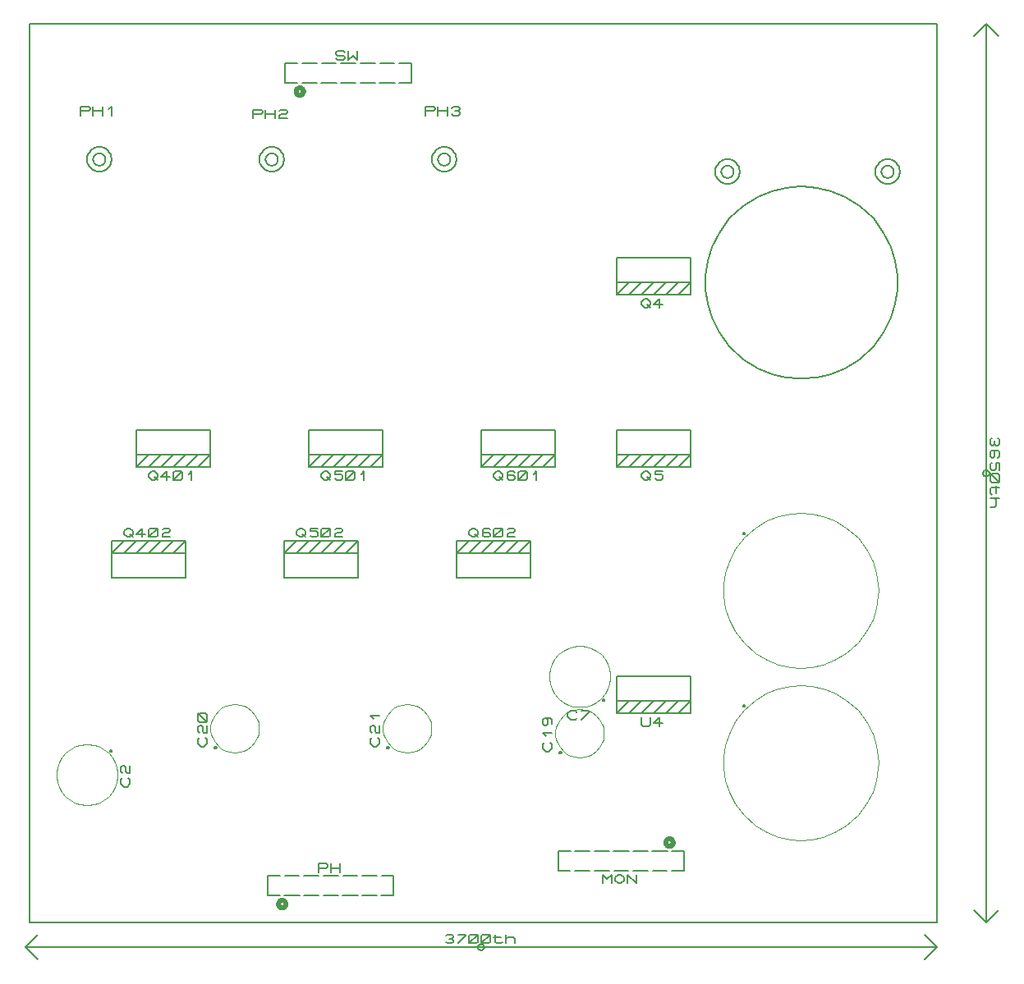
<source format=gbr>
G04 PROTEUS RS274X GERBER FILE*
%FSLAX45Y45*%
%MOMM*%
G01*
%ADD20C,0.203200*%
%ADD39C,0.120000*%
%ADD40C,0.200000*%
%ADD21C,0.508000*%
%ADD41C,0.152400*%
D20*
X+552000Y+254000D02*
X+9906000Y+254000D01*
X+9906000Y+9525000D01*
X+552000Y+9525000D01*
X+552000Y+254000D01*
X+7874000Y+8000999D02*
X+7873573Y+8011408D01*
X+7870101Y+8032227D01*
X+7862845Y+8053046D01*
X+7851017Y+8073865D01*
X+7832920Y+8094523D01*
X+7812101Y+8110044D01*
X+7791282Y+8120029D01*
X+7770463Y+8125813D01*
X+7749644Y+8127971D01*
X+7747000Y+8127999D01*
X+7620000Y+8000999D02*
X+7620427Y+8011408D01*
X+7623899Y+8032227D01*
X+7631155Y+8053046D01*
X+7642983Y+8073865D01*
X+7661080Y+8094523D01*
X+7681899Y+8110044D01*
X+7702718Y+8120029D01*
X+7723537Y+8125813D01*
X+7744356Y+8127971D01*
X+7747000Y+8127999D01*
X+7620000Y+8000999D02*
X+7620427Y+7990590D01*
X+7623899Y+7969771D01*
X+7631155Y+7948952D01*
X+7642983Y+7928133D01*
X+7661080Y+7907475D01*
X+7681899Y+7891954D01*
X+7702718Y+7881969D01*
X+7723537Y+7876185D01*
X+7744356Y+7874027D01*
X+7747000Y+7873999D01*
X+7874000Y+8000999D02*
X+7873573Y+7990590D01*
X+7870101Y+7969771D01*
X+7862845Y+7948952D01*
X+7851017Y+7928133D01*
X+7832920Y+7907475D01*
X+7812101Y+7891954D01*
X+7791282Y+7881969D01*
X+7770463Y+7876185D01*
X+7749644Y+7874027D01*
X+7747000Y+7873999D01*
X+7810500Y+8000999D02*
X+7810283Y+8006246D01*
X+7808518Y+8016741D01*
X+7804826Y+8027236D01*
X+7798798Y+8037731D01*
X+7789576Y+8048111D01*
X+7779081Y+8055799D01*
X+7768586Y+8060717D01*
X+7758091Y+8063523D01*
X+7747596Y+8064496D01*
X+7747000Y+8064499D01*
X+7683500Y+8000999D02*
X+7683717Y+8006246D01*
X+7685482Y+8016741D01*
X+7689174Y+8027236D01*
X+7695202Y+8037731D01*
X+7704424Y+8048111D01*
X+7714919Y+8055799D01*
X+7725414Y+8060717D01*
X+7735909Y+8063523D01*
X+7746404Y+8064496D01*
X+7747000Y+8064499D01*
X+7683500Y+8000999D02*
X+7683717Y+7995752D01*
X+7685482Y+7985257D01*
X+7689174Y+7974762D01*
X+7695202Y+7964267D01*
X+7704424Y+7953887D01*
X+7714919Y+7946199D01*
X+7725414Y+7941281D01*
X+7735909Y+7938475D01*
X+7746404Y+7937502D01*
X+7747000Y+7937499D01*
X+7810500Y+8000999D02*
X+7810283Y+7995752D01*
X+7808518Y+7985257D01*
X+7804826Y+7974762D01*
X+7798798Y+7964267D01*
X+7789576Y+7953887D01*
X+7779081Y+7946199D01*
X+7768586Y+7941281D01*
X+7758091Y+7938475D01*
X+7747596Y+7937502D01*
X+7747000Y+7937499D01*
X+9525000Y+8001000D02*
X+9524573Y+8011409D01*
X+9521101Y+8032228D01*
X+9513845Y+8053047D01*
X+9502017Y+8073866D01*
X+9483920Y+8094524D01*
X+9463101Y+8110045D01*
X+9442282Y+8120030D01*
X+9421463Y+8125814D01*
X+9400644Y+8127972D01*
X+9398000Y+8128000D01*
X+9271000Y+8001000D02*
X+9271427Y+8011409D01*
X+9274899Y+8032228D01*
X+9282155Y+8053047D01*
X+9293983Y+8073866D01*
X+9312080Y+8094524D01*
X+9332899Y+8110045D01*
X+9353718Y+8120030D01*
X+9374537Y+8125814D01*
X+9395356Y+8127972D01*
X+9398000Y+8128000D01*
X+9271000Y+8001000D02*
X+9271427Y+7990591D01*
X+9274899Y+7969772D01*
X+9282155Y+7948953D01*
X+9293983Y+7928134D01*
X+9312080Y+7907476D01*
X+9332899Y+7891955D01*
X+9353718Y+7881970D01*
X+9374537Y+7876186D01*
X+9395356Y+7874028D01*
X+9398000Y+7874000D01*
X+9525000Y+8001000D02*
X+9524573Y+7990591D01*
X+9521101Y+7969772D01*
X+9513845Y+7948953D01*
X+9502017Y+7928134D01*
X+9483920Y+7907476D01*
X+9463101Y+7891955D01*
X+9442282Y+7881970D01*
X+9421463Y+7876186D01*
X+9400644Y+7874028D01*
X+9398000Y+7874000D01*
X+9461500Y+8001000D02*
X+9461283Y+8006247D01*
X+9459518Y+8016742D01*
X+9455826Y+8027237D01*
X+9449798Y+8037732D01*
X+9440576Y+8048112D01*
X+9430081Y+8055800D01*
X+9419586Y+8060718D01*
X+9409091Y+8063524D01*
X+9398596Y+8064497D01*
X+9398000Y+8064500D01*
X+9334500Y+8001000D02*
X+9334717Y+8006247D01*
X+9336482Y+8016742D01*
X+9340174Y+8027237D01*
X+9346202Y+8037732D01*
X+9355424Y+8048112D01*
X+9365919Y+8055800D01*
X+9376414Y+8060718D01*
X+9386909Y+8063524D01*
X+9397404Y+8064497D01*
X+9398000Y+8064500D01*
X+9334500Y+8001000D02*
X+9334717Y+7995753D01*
X+9336482Y+7985258D01*
X+9340174Y+7974763D01*
X+9346202Y+7964268D01*
X+9355424Y+7953888D01*
X+9365919Y+7946200D01*
X+9376414Y+7941282D01*
X+9386909Y+7938476D01*
X+9397404Y+7937503D01*
X+9398000Y+7937500D01*
X+9461500Y+8001000D02*
X+9461283Y+7995753D01*
X+9459518Y+7985258D01*
X+9455826Y+7974763D01*
X+9449798Y+7964268D01*
X+9440576Y+7953888D01*
X+9430081Y+7946200D01*
X+9419586Y+7941282D01*
X+9409091Y+7938476D01*
X+9398596Y+7937503D01*
X+9398000Y+7937500D01*
X+9500902Y+6857999D02*
X+9498202Y+6931136D01*
X+9476330Y+7077411D01*
X+9431032Y+7223686D01*
X+9358567Y+7369961D01*
X+9251020Y+7516236D01*
X+9107249Y+7649180D01*
X+8960974Y+7740942D01*
X+8814699Y+7801618D01*
X+8668424Y+7837005D01*
X+8522149Y+7849813D01*
X+8509001Y+7849900D01*
X+7517100Y+6857999D02*
X+7519800Y+6931136D01*
X+7541672Y+7077411D01*
X+7586970Y+7223686D01*
X+7659435Y+7369961D01*
X+7766982Y+7516236D01*
X+7910753Y+7649180D01*
X+8057028Y+7740942D01*
X+8203303Y+7801618D01*
X+8349578Y+7837005D01*
X+8495853Y+7849813D01*
X+8509001Y+7849900D01*
X+7517100Y+6857999D02*
X+7519800Y+6784862D01*
X+7541672Y+6638587D01*
X+7586970Y+6492312D01*
X+7659435Y+6346037D01*
X+7766982Y+6199762D01*
X+7910753Y+6066818D01*
X+8057028Y+5975056D01*
X+8203303Y+5914380D01*
X+8349578Y+5878993D01*
X+8495853Y+5866185D01*
X+8509001Y+5866098D01*
X+9500902Y+6857999D02*
X+9498202Y+6784862D01*
X+9476330Y+6638587D01*
X+9431032Y+6492312D01*
X+9358567Y+6346037D01*
X+9251020Y+6199762D01*
X+9107249Y+6066818D01*
X+8960974Y+5975056D01*
X+8814699Y+5914380D01*
X+8668424Y+5878993D01*
X+8522149Y+5866185D01*
X+8509001Y+5866098D01*
D39*
X+9303000Y+1905000D02*
X+9300722Y+1965332D01*
X+9282256Y+2085997D01*
X+9243945Y+2206662D01*
X+9182441Y+2327327D01*
X+9090503Y+2447992D01*
X+8970714Y+2554033D01*
X+8850049Y+2625803D01*
X+8729384Y+2672301D01*
X+8608719Y+2697984D01*
X+8503000Y+2705000D01*
X+7703000Y+1905000D02*
X+7705278Y+1965332D01*
X+7723744Y+2085997D01*
X+7762055Y+2206662D01*
X+7823559Y+2327327D01*
X+7915497Y+2447992D01*
X+8035286Y+2554033D01*
X+8155951Y+2625803D01*
X+8276616Y+2672301D01*
X+8397281Y+2697984D01*
X+8503000Y+2705000D01*
X+7703000Y+1905000D02*
X+7705278Y+1844668D01*
X+7723744Y+1724003D01*
X+7762055Y+1603338D01*
X+7823559Y+1482673D01*
X+7915497Y+1362008D01*
X+8035286Y+1255967D01*
X+8155951Y+1184197D01*
X+8276616Y+1137699D01*
X+8397281Y+1112016D01*
X+8503000Y+1105000D01*
X+9303000Y+1905000D02*
X+9300722Y+1844668D01*
X+9282256Y+1724003D01*
X+9243945Y+1603338D01*
X+9182441Y+1482673D01*
X+9090503Y+1362008D01*
X+8970714Y+1255967D01*
X+8850049Y+1184197D01*
X+8729384Y+1137699D01*
X+8608719Y+1112016D01*
X+8503000Y+1105000D01*
D40*
X+7925000Y+2493000D02*
X+7924965Y+2493831D01*
X+7924684Y+2495495D01*
X+7924094Y+2497159D01*
X+7923130Y+2498823D01*
X+7921655Y+2500464D01*
X+7919991Y+2501665D01*
X+7918327Y+2502430D01*
X+7916663Y+2502861D01*
X+7915000Y+2503000D01*
X+7905000Y+2493000D02*
X+7905035Y+2493831D01*
X+7905316Y+2495495D01*
X+7905906Y+2497159D01*
X+7906870Y+2498823D01*
X+7908345Y+2500464D01*
X+7910009Y+2501665D01*
X+7911673Y+2502430D01*
X+7913337Y+2502861D01*
X+7915000Y+2503000D01*
X+7905000Y+2493000D02*
X+7905035Y+2492169D01*
X+7905316Y+2490505D01*
X+7905906Y+2488841D01*
X+7906870Y+2487177D01*
X+7908345Y+2485536D01*
X+7910009Y+2484335D01*
X+7911673Y+2483570D01*
X+7913337Y+2483139D01*
X+7915000Y+2483000D01*
X+7925000Y+2493000D02*
X+7924965Y+2492169D01*
X+7924684Y+2490505D01*
X+7924094Y+2488841D01*
X+7923130Y+2487177D01*
X+7921655Y+2485536D01*
X+7919991Y+2484335D01*
X+7918327Y+2483570D01*
X+7916663Y+2483139D01*
X+7915000Y+2483000D01*
D39*
X+9303000Y+3683000D02*
X+9300722Y+3743332D01*
X+9282256Y+3863997D01*
X+9243945Y+3984662D01*
X+9182441Y+4105327D01*
X+9090503Y+4225992D01*
X+8970714Y+4332033D01*
X+8850049Y+4403803D01*
X+8729384Y+4450301D01*
X+8608719Y+4475984D01*
X+8503000Y+4483000D01*
X+7703000Y+3683000D02*
X+7705278Y+3743332D01*
X+7723744Y+3863997D01*
X+7762055Y+3984662D01*
X+7823559Y+4105327D01*
X+7915497Y+4225992D01*
X+8035286Y+4332033D01*
X+8155951Y+4403803D01*
X+8276616Y+4450301D01*
X+8397281Y+4475984D01*
X+8503000Y+4483000D01*
X+7703000Y+3683000D02*
X+7705278Y+3622668D01*
X+7723744Y+3502003D01*
X+7762055Y+3381338D01*
X+7823559Y+3260673D01*
X+7915497Y+3140008D01*
X+8035286Y+3033967D01*
X+8155951Y+2962197D01*
X+8276616Y+2915699D01*
X+8397281Y+2890016D01*
X+8503000Y+2883000D01*
X+9303000Y+3683000D02*
X+9300722Y+3622668D01*
X+9282256Y+3502003D01*
X+9243945Y+3381338D01*
X+9182441Y+3260673D01*
X+9090503Y+3140008D01*
X+8970714Y+3033967D01*
X+8850049Y+2962197D01*
X+8729384Y+2915699D01*
X+8608719Y+2890016D01*
X+8503000Y+2883000D01*
D40*
X+7925000Y+4271000D02*
X+7924965Y+4271831D01*
X+7924684Y+4273495D01*
X+7924094Y+4275159D01*
X+7923130Y+4276823D01*
X+7921655Y+4278464D01*
X+7919991Y+4279665D01*
X+7918327Y+4280430D01*
X+7916663Y+4280861D01*
X+7915000Y+4281000D01*
X+7905000Y+4271000D02*
X+7905035Y+4271831D01*
X+7905316Y+4273495D01*
X+7905906Y+4275159D01*
X+7906870Y+4276823D01*
X+7908345Y+4278464D01*
X+7910009Y+4279665D01*
X+7911673Y+4280430D01*
X+7913337Y+4280861D01*
X+7915000Y+4281000D01*
X+7905000Y+4271000D02*
X+7905035Y+4270169D01*
X+7905316Y+4268505D01*
X+7905906Y+4266841D01*
X+7906870Y+4265177D01*
X+7908345Y+4263536D01*
X+7910009Y+4262335D01*
X+7911673Y+4261570D01*
X+7913337Y+4261139D01*
X+7915000Y+4261000D01*
X+7925000Y+4271000D02*
X+7924965Y+4270169D01*
X+7924684Y+4268505D01*
X+7924094Y+4266841D01*
X+7923130Y+4265177D01*
X+7921655Y+4263536D01*
X+7919991Y+4262335D01*
X+7918327Y+4261570D01*
X+7916663Y+4261139D01*
X+7915000Y+4261000D01*
D20*
X+1397000Y+8128000D02*
X+1396573Y+8138409D01*
X+1393101Y+8159228D01*
X+1385845Y+8180047D01*
X+1374017Y+8200866D01*
X+1355920Y+8221524D01*
X+1335101Y+8237045D01*
X+1314282Y+8247030D01*
X+1293463Y+8252814D01*
X+1272644Y+8254972D01*
X+1270000Y+8255000D01*
X+1143000Y+8128000D02*
X+1143427Y+8138409D01*
X+1146899Y+8159228D01*
X+1154155Y+8180047D01*
X+1165983Y+8200866D01*
X+1184080Y+8221524D01*
X+1204899Y+8237045D01*
X+1225718Y+8247030D01*
X+1246537Y+8252814D01*
X+1267356Y+8254972D01*
X+1270000Y+8255000D01*
X+1143000Y+8128000D02*
X+1143427Y+8117591D01*
X+1146899Y+8096772D01*
X+1154155Y+8075953D01*
X+1165983Y+8055134D01*
X+1184080Y+8034476D01*
X+1204899Y+8018955D01*
X+1225718Y+8008970D01*
X+1246537Y+8003186D01*
X+1267356Y+8001028D01*
X+1270000Y+8001000D01*
X+1397000Y+8128000D02*
X+1396573Y+8117591D01*
X+1393101Y+8096772D01*
X+1385845Y+8075953D01*
X+1374017Y+8055134D01*
X+1355920Y+8034476D01*
X+1335101Y+8018955D01*
X+1314282Y+8008970D01*
X+1293463Y+8003186D01*
X+1272644Y+8001028D01*
X+1270000Y+8001000D01*
X+1333500Y+8128000D02*
X+1333283Y+8133247D01*
X+1331518Y+8143742D01*
X+1327826Y+8154237D01*
X+1321798Y+8164732D01*
X+1312576Y+8175112D01*
X+1302081Y+8182800D01*
X+1291586Y+8187718D01*
X+1281091Y+8190524D01*
X+1270596Y+8191497D01*
X+1270000Y+8191500D01*
X+1206500Y+8128000D02*
X+1206717Y+8133247D01*
X+1208482Y+8143742D01*
X+1212174Y+8154237D01*
X+1218202Y+8164732D01*
X+1227424Y+8175112D01*
X+1237919Y+8182800D01*
X+1248414Y+8187718D01*
X+1258909Y+8190524D01*
X+1269404Y+8191497D01*
X+1270000Y+8191500D01*
X+1206500Y+8128000D02*
X+1206717Y+8122753D01*
X+1208482Y+8112258D01*
X+1212174Y+8101763D01*
X+1218202Y+8091268D01*
X+1227424Y+8080888D01*
X+1237919Y+8073200D01*
X+1248414Y+8068282D01*
X+1258909Y+8065476D01*
X+1269404Y+8064503D01*
X+1270000Y+8064500D01*
X+1333500Y+8128000D02*
X+1333283Y+8122753D01*
X+1331518Y+8112258D01*
X+1327826Y+8101763D01*
X+1321798Y+8091268D01*
X+1312576Y+8080888D01*
X+1302081Y+8073200D01*
X+1291586Y+8068282D01*
X+1281091Y+8065476D01*
X+1270596Y+8064503D01*
X+1270000Y+8064500D01*
X+1079500Y+8582396D02*
X+1079500Y+8673836D01*
X+1158875Y+8673836D01*
X+1174750Y+8658596D01*
X+1174750Y+8643356D01*
X+1158875Y+8628116D01*
X+1079500Y+8628116D01*
X+1206500Y+8582396D02*
X+1206500Y+8673836D01*
X+1301750Y+8673836D02*
X+1301750Y+8582396D01*
X+1206500Y+8628116D02*
X+1301750Y+8628116D01*
X+1365250Y+8643356D02*
X+1397000Y+8673836D01*
X+1397000Y+8582396D01*
X+4953000Y+8128000D02*
X+4952573Y+8138409D01*
X+4949101Y+8159228D01*
X+4941845Y+8180047D01*
X+4930017Y+8200866D01*
X+4911920Y+8221524D01*
X+4891101Y+8237045D01*
X+4870282Y+8247030D01*
X+4849463Y+8252814D01*
X+4828644Y+8254972D01*
X+4826000Y+8255000D01*
X+4699000Y+8128000D02*
X+4699427Y+8138409D01*
X+4702899Y+8159228D01*
X+4710155Y+8180047D01*
X+4721983Y+8200866D01*
X+4740080Y+8221524D01*
X+4760899Y+8237045D01*
X+4781718Y+8247030D01*
X+4802537Y+8252814D01*
X+4823356Y+8254972D01*
X+4826000Y+8255000D01*
X+4699000Y+8128000D02*
X+4699427Y+8117591D01*
X+4702899Y+8096772D01*
X+4710155Y+8075953D01*
X+4721983Y+8055134D01*
X+4740080Y+8034476D01*
X+4760899Y+8018955D01*
X+4781718Y+8008970D01*
X+4802537Y+8003186D01*
X+4823356Y+8001028D01*
X+4826000Y+8001000D01*
X+4953000Y+8128000D02*
X+4952573Y+8117591D01*
X+4949101Y+8096772D01*
X+4941845Y+8075953D01*
X+4930017Y+8055134D01*
X+4911920Y+8034476D01*
X+4891101Y+8018955D01*
X+4870282Y+8008970D01*
X+4849463Y+8003186D01*
X+4828644Y+8001028D01*
X+4826000Y+8001000D01*
X+4889500Y+8128000D02*
X+4889283Y+8133247D01*
X+4887518Y+8143742D01*
X+4883826Y+8154237D01*
X+4877798Y+8164732D01*
X+4868576Y+8175112D01*
X+4858081Y+8182800D01*
X+4847586Y+8187718D01*
X+4837091Y+8190524D01*
X+4826596Y+8191497D01*
X+4826000Y+8191500D01*
X+4762500Y+8128000D02*
X+4762717Y+8133247D01*
X+4764482Y+8143742D01*
X+4768174Y+8154237D01*
X+4774202Y+8164732D01*
X+4783424Y+8175112D01*
X+4793919Y+8182800D01*
X+4804414Y+8187718D01*
X+4814909Y+8190524D01*
X+4825404Y+8191497D01*
X+4826000Y+8191500D01*
X+4762500Y+8128000D02*
X+4762717Y+8122753D01*
X+4764482Y+8112258D01*
X+4768174Y+8101763D01*
X+4774202Y+8091268D01*
X+4783424Y+8080888D01*
X+4793919Y+8073200D01*
X+4804414Y+8068282D01*
X+4814909Y+8065476D01*
X+4825404Y+8064503D01*
X+4826000Y+8064500D01*
X+4889500Y+8128000D02*
X+4889283Y+8122753D01*
X+4887518Y+8112258D01*
X+4883826Y+8101763D01*
X+4877798Y+8091268D01*
X+4868576Y+8080888D01*
X+4858081Y+8073200D01*
X+4847586Y+8068282D01*
X+4837091Y+8065476D01*
X+4826596Y+8064503D01*
X+4826000Y+8064500D01*
X+4635500Y+8582396D02*
X+4635500Y+8673836D01*
X+4714875Y+8673836D01*
X+4730750Y+8658596D01*
X+4730750Y+8643356D01*
X+4714875Y+8628116D01*
X+4635500Y+8628116D01*
X+4762500Y+8582396D02*
X+4762500Y+8673836D01*
X+4857750Y+8673836D02*
X+4857750Y+8582396D01*
X+4762500Y+8628116D02*
X+4857750Y+8628116D01*
X+4905375Y+8658596D02*
X+4921250Y+8673836D01*
X+4968875Y+8673836D01*
X+4984750Y+8658596D01*
X+4984750Y+8643356D01*
X+4968875Y+8628116D01*
X+4984750Y+8612876D01*
X+4984750Y+8597636D01*
X+4968875Y+8582396D01*
X+4921250Y+8582396D01*
X+4905375Y+8597636D01*
X+4937125Y+8628116D02*
X+4968875Y+8628116D01*
D21*
X+3194100Y+444500D02*
X+3193969Y+447658D01*
X+3192903Y+453976D01*
X+3190672Y+460294D01*
X+3187027Y+466612D01*
X+3181452Y+472851D01*
X+3175134Y+477447D01*
X+3168816Y+480380D01*
X+3162498Y+482042D01*
X+3156180Y+482600D01*
X+3156000Y+482600D01*
X+3117900Y+444500D02*
X+3118031Y+447658D01*
X+3119097Y+453976D01*
X+3121328Y+460294D01*
X+3124973Y+466612D01*
X+3130548Y+472851D01*
X+3136866Y+477447D01*
X+3143184Y+480380D01*
X+3149502Y+482042D01*
X+3155820Y+482600D01*
X+3156000Y+482600D01*
X+3117900Y+444500D02*
X+3118031Y+441342D01*
X+3119097Y+435024D01*
X+3121328Y+428706D01*
X+3124973Y+422388D01*
X+3130548Y+416149D01*
X+3136866Y+411553D01*
X+3143184Y+408620D01*
X+3149502Y+406958D01*
X+3155820Y+406400D01*
X+3156000Y+406400D01*
X+3194100Y+444500D02*
X+3193969Y+441342D01*
X+3192903Y+435024D01*
X+3190672Y+428706D01*
X+3187027Y+422388D01*
X+3181452Y+416149D01*
X+3175134Y+411553D01*
X+3168816Y+408620D01*
X+3162498Y+406958D01*
X+3156180Y+406400D01*
X+3156000Y+406400D01*
D41*
X+3007030Y+534340D02*
X+3133593Y+534340D01*
X+4304970Y+534340D02*
X+4304970Y+735000D01*
X+4181191Y+735000D01*
X+3007030Y+735000D02*
X+3007030Y+534340D01*
X+4178407Y+534340D02*
X+4304970Y+534340D01*
X+4130809Y+735000D02*
X+3981191Y+735000D01*
X+3978407Y+534340D02*
X+4133593Y+534340D01*
X+3930809Y+735000D02*
X+3781191Y+735000D01*
X+3778407Y+534340D02*
X+3933593Y+534340D01*
X+3730809Y+735000D02*
X+3581191Y+735000D01*
X+3578407Y+534340D02*
X+3733593Y+534340D01*
X+3530809Y+735000D02*
X+3381191Y+735000D01*
X+3378407Y+534340D02*
X+3533593Y+534340D01*
X+3330809Y+735000D02*
X+3181191Y+735000D01*
X+3130809Y+735000D02*
X+3007030Y+735000D01*
X+3178407Y+534340D02*
X+3333593Y+534340D01*
D20*
X+3529000Y+773100D02*
X+3529000Y+864540D01*
X+3608375Y+864540D01*
X+3624250Y+849300D01*
X+3624250Y+834060D01*
X+3608375Y+818820D01*
X+3529000Y+818820D01*
X+3656000Y+773100D02*
X+3656000Y+864540D01*
X+3751250Y+864540D02*
X+3751250Y+773100D01*
X+3656000Y+818820D02*
X+3751250Y+818820D01*
D21*
X+3375100Y+8826500D02*
X+3374969Y+8829658D01*
X+3373903Y+8835976D01*
X+3371672Y+8842294D01*
X+3368027Y+8848612D01*
X+3362452Y+8854851D01*
X+3356134Y+8859447D01*
X+3349816Y+8862380D01*
X+3343498Y+8864042D01*
X+3337180Y+8864600D01*
X+3337000Y+8864600D01*
X+3298900Y+8826500D02*
X+3299031Y+8829658D01*
X+3300097Y+8835976D01*
X+3302328Y+8842294D01*
X+3305973Y+8848612D01*
X+3311548Y+8854851D01*
X+3317866Y+8859447D01*
X+3324184Y+8862380D01*
X+3330502Y+8864042D01*
X+3336820Y+8864600D01*
X+3337000Y+8864600D01*
X+3298900Y+8826500D02*
X+3299031Y+8823342D01*
X+3300097Y+8817024D01*
X+3302328Y+8810706D01*
X+3305973Y+8804388D01*
X+3311548Y+8798149D01*
X+3317866Y+8793553D01*
X+3324184Y+8790620D01*
X+3330502Y+8788958D01*
X+3336820Y+8788400D01*
X+3337000Y+8788400D01*
X+3375100Y+8826500D02*
X+3374969Y+8823342D01*
X+3373903Y+8817024D01*
X+3371672Y+8810706D01*
X+3368027Y+8804388D01*
X+3362452Y+8798149D01*
X+3356134Y+8793553D01*
X+3349816Y+8790620D01*
X+3343498Y+8788958D01*
X+3337180Y+8788400D01*
X+3337000Y+8788400D01*
D41*
X+3188030Y+8916340D02*
X+3314593Y+8916340D01*
X+4485970Y+8916340D02*
X+4485970Y+9117000D01*
X+4362191Y+9117000D01*
X+3188030Y+9117000D02*
X+3188030Y+8916340D01*
X+4359407Y+8916340D02*
X+4485970Y+8916340D01*
X+4311809Y+9117000D02*
X+4162191Y+9117000D01*
X+4159407Y+8916340D02*
X+4314593Y+8916340D01*
X+4111809Y+9117000D02*
X+3962191Y+9117000D01*
X+3959407Y+8916340D02*
X+4114593Y+8916340D01*
X+3911809Y+9117000D02*
X+3762191Y+9117000D01*
X+3759407Y+8916340D02*
X+3914593Y+8916340D01*
X+3711809Y+9117000D02*
X+3562191Y+9117000D01*
X+3559407Y+8916340D02*
X+3714593Y+8916340D01*
X+3511809Y+9117000D02*
X+3362191Y+9117000D01*
X+3311809Y+9117000D02*
X+3188030Y+9117000D01*
X+3359407Y+8916340D02*
X+3514593Y+8916340D01*
D20*
X+3710000Y+9170340D02*
X+3725875Y+9155100D01*
X+3789375Y+9155100D01*
X+3805250Y+9170340D01*
X+3805250Y+9185580D01*
X+3789375Y+9200820D01*
X+3725875Y+9200820D01*
X+3710000Y+9216060D01*
X+3710000Y+9231300D01*
X+3725875Y+9246540D01*
X+3789375Y+9246540D01*
X+3805250Y+9231300D01*
X+3837000Y+9246540D02*
X+3837000Y+9155100D01*
X+3884625Y+9200820D01*
X+3932250Y+9155100D01*
X+3932250Y+9246540D01*
D21*
X+7188100Y+1079500D02*
X+7187969Y+1082658D01*
X+7186903Y+1088976D01*
X+7184672Y+1095294D01*
X+7181027Y+1101612D01*
X+7175452Y+1107851D01*
X+7169134Y+1112447D01*
X+7162816Y+1115380D01*
X+7156498Y+1117042D01*
X+7150180Y+1117600D01*
X+7150000Y+1117600D01*
X+7111900Y+1079500D02*
X+7112031Y+1082658D01*
X+7113097Y+1088976D01*
X+7115328Y+1095294D01*
X+7118973Y+1101612D01*
X+7124548Y+1107851D01*
X+7130866Y+1112447D01*
X+7137184Y+1115380D01*
X+7143502Y+1117042D01*
X+7149820Y+1117600D01*
X+7150000Y+1117600D01*
X+7111900Y+1079500D02*
X+7112031Y+1076342D01*
X+7113097Y+1070024D01*
X+7115328Y+1063706D01*
X+7118973Y+1057388D01*
X+7124548Y+1051149D01*
X+7130866Y+1046553D01*
X+7137184Y+1043620D01*
X+7143502Y+1041958D01*
X+7149820Y+1041400D01*
X+7150000Y+1041400D01*
X+7188100Y+1079500D02*
X+7187969Y+1076342D01*
X+7186903Y+1070024D01*
X+7184672Y+1063706D01*
X+7181027Y+1057388D01*
X+7175452Y+1051149D01*
X+7169134Y+1046553D01*
X+7162816Y+1043620D01*
X+7156498Y+1041958D01*
X+7150180Y+1041400D01*
X+7150000Y+1041400D01*
D41*
X+7298970Y+989660D02*
X+7172407Y+989660D01*
X+6001030Y+989660D02*
X+6001030Y+789000D01*
X+6124809Y+789000D01*
X+7298970Y+789000D02*
X+7298970Y+989660D01*
X+6127593Y+989660D02*
X+6001030Y+989660D01*
X+6175191Y+789000D02*
X+6324809Y+789000D01*
X+6327593Y+989660D02*
X+6172407Y+989660D01*
X+6375191Y+789000D02*
X+6524809Y+789000D01*
X+6527593Y+989660D02*
X+6372407Y+989660D01*
X+6575191Y+789000D02*
X+6724809Y+789000D01*
X+6727593Y+989660D02*
X+6572407Y+989660D01*
X+6775191Y+789000D02*
X+6924809Y+789000D01*
X+6927593Y+989660D02*
X+6772407Y+989660D01*
X+6975191Y+789000D02*
X+7124809Y+789000D01*
X+7175191Y+789000D02*
X+7298970Y+789000D01*
X+7127593Y+989660D02*
X+6972407Y+989660D01*
D20*
X+6459500Y+659460D02*
X+6459500Y+750900D01*
X+6507125Y+705180D01*
X+6554750Y+750900D01*
X+6554750Y+659460D01*
X+6586500Y+720420D02*
X+6618250Y+750900D01*
X+6650000Y+750900D01*
X+6681750Y+720420D01*
X+6681750Y+689940D01*
X+6650000Y+659460D01*
X+6618250Y+659460D01*
X+6586500Y+689940D01*
X+6586500Y+720420D01*
X+6713500Y+659460D02*
X+6713500Y+750900D01*
X+6808750Y+659460D01*
X+6808750Y+750900D01*
X+1651000Y+5080000D02*
X+2413000Y+5080000D01*
X+2413000Y+5334000D01*
X+1651000Y+5334000D01*
X+1651000Y+5080000D01*
X+2413000Y+5080000D02*
X+2413000Y+4953000D01*
X+1651000Y+4953000D01*
X+1651000Y+5080000D01*
X+2413000Y+5080000D02*
X+2286000Y+4953000D01*
X+2286000Y+5080000D02*
X+2159000Y+4953000D01*
X+2159000Y+5080000D02*
X+2032000Y+4953000D01*
X+2032000Y+5080000D02*
X+1905000Y+4953000D01*
X+1905000Y+5080000D02*
X+1778000Y+4953000D01*
X+1778000Y+5080000D02*
X+1651000Y+4953000D01*
X+1778000Y+4881880D02*
X+1809750Y+4912360D01*
X+1841500Y+4912360D01*
X+1873250Y+4881880D01*
X+1873250Y+4851400D01*
X+1841500Y+4820920D01*
X+1809750Y+4820920D01*
X+1778000Y+4851400D01*
X+1778000Y+4881880D01*
X+1841500Y+4851400D02*
X+1873250Y+4820920D01*
X+2000250Y+4851400D02*
X+1905000Y+4851400D01*
X+1968500Y+4912360D01*
X+1968500Y+4820920D01*
X+2032000Y+4836160D02*
X+2032000Y+4897120D01*
X+2047875Y+4912360D01*
X+2111375Y+4912360D01*
X+2127250Y+4897120D01*
X+2127250Y+4836160D01*
X+2111375Y+4820920D01*
X+2047875Y+4820920D01*
X+2032000Y+4836160D01*
X+2032000Y+4820920D02*
X+2127250Y+4912360D01*
X+2190750Y+4881880D02*
X+2222500Y+4912360D01*
X+2222500Y+4820920D01*
X+1397000Y+3810000D02*
X+2159000Y+3810000D01*
X+2159000Y+4064000D01*
X+1397000Y+4064000D01*
X+1397000Y+3810000D01*
X+1397000Y+4064000D02*
X+1397000Y+4191000D01*
X+2159000Y+4191000D01*
X+2159000Y+4064000D01*
X+1397000Y+4064000D02*
X+1524000Y+4191000D01*
X+1524000Y+4064000D02*
X+1651000Y+4191000D01*
X+1651000Y+4064000D02*
X+1778000Y+4191000D01*
X+1778000Y+4064000D02*
X+1905000Y+4191000D01*
X+1905000Y+4064000D02*
X+2032000Y+4191000D01*
X+2032000Y+4064000D02*
X+2159000Y+4191000D01*
X+1524000Y+4292600D02*
X+1555750Y+4323080D01*
X+1587500Y+4323080D01*
X+1619250Y+4292600D01*
X+1619250Y+4262120D01*
X+1587500Y+4231640D01*
X+1555750Y+4231640D01*
X+1524000Y+4262120D01*
X+1524000Y+4292600D01*
X+1587500Y+4262120D02*
X+1619250Y+4231640D01*
X+1746250Y+4262120D02*
X+1651000Y+4262120D01*
X+1714500Y+4323080D01*
X+1714500Y+4231640D01*
X+1778000Y+4246880D02*
X+1778000Y+4307840D01*
X+1793875Y+4323080D01*
X+1857375Y+4323080D01*
X+1873250Y+4307840D01*
X+1873250Y+4246880D01*
X+1857375Y+4231640D01*
X+1793875Y+4231640D01*
X+1778000Y+4246880D01*
X+1778000Y+4231640D02*
X+1873250Y+4323080D01*
X+1920875Y+4307840D02*
X+1936750Y+4323080D01*
X+1984375Y+4323080D01*
X+2000250Y+4307840D01*
X+2000250Y+4292600D01*
X+1984375Y+4277360D01*
X+1936750Y+4277360D01*
X+1920875Y+4262120D01*
X+1920875Y+4231640D01*
X+2000250Y+4231640D01*
X+3429000Y+5080000D02*
X+4191000Y+5080000D01*
X+4191000Y+5334000D01*
X+3429000Y+5334000D01*
X+3429000Y+5080000D01*
X+4191000Y+5080000D02*
X+4191000Y+4953000D01*
X+3429000Y+4953000D01*
X+3429000Y+5080000D01*
X+4191000Y+5080000D02*
X+4064000Y+4953000D01*
X+4064000Y+5080000D02*
X+3937000Y+4953000D01*
X+3937000Y+5080000D02*
X+3810000Y+4953000D01*
X+3810000Y+5080000D02*
X+3683000Y+4953000D01*
X+3683000Y+5080000D02*
X+3556000Y+4953000D01*
X+3556000Y+5080000D02*
X+3429000Y+4953000D01*
X+3556000Y+4881880D02*
X+3587750Y+4912360D01*
X+3619500Y+4912360D01*
X+3651250Y+4881880D01*
X+3651250Y+4851400D01*
X+3619500Y+4820920D01*
X+3587750Y+4820920D01*
X+3556000Y+4851400D01*
X+3556000Y+4881880D01*
X+3619500Y+4851400D02*
X+3651250Y+4820920D01*
X+3778250Y+4912360D02*
X+3698875Y+4912360D01*
X+3698875Y+4881880D01*
X+3762375Y+4881880D01*
X+3778250Y+4866640D01*
X+3778250Y+4836160D01*
X+3762375Y+4820920D01*
X+3714750Y+4820920D01*
X+3698875Y+4836160D01*
X+3810000Y+4836160D02*
X+3810000Y+4897120D01*
X+3825875Y+4912360D01*
X+3889375Y+4912360D01*
X+3905250Y+4897120D01*
X+3905250Y+4836160D01*
X+3889375Y+4820920D01*
X+3825875Y+4820920D01*
X+3810000Y+4836160D01*
X+3810000Y+4820920D02*
X+3905250Y+4912360D01*
X+3968750Y+4881880D02*
X+4000500Y+4912360D01*
X+4000500Y+4820920D01*
X+3175000Y+3810000D02*
X+3937000Y+3810000D01*
X+3937000Y+4064000D01*
X+3175000Y+4064000D01*
X+3175000Y+3810000D01*
X+3175000Y+4064000D02*
X+3175000Y+4191000D01*
X+3937000Y+4191000D01*
X+3937000Y+4064000D01*
X+3175000Y+4064000D02*
X+3302000Y+4191000D01*
X+3302000Y+4064000D02*
X+3429000Y+4191000D01*
X+3429000Y+4064000D02*
X+3556000Y+4191000D01*
X+3556000Y+4064000D02*
X+3683000Y+4191000D01*
X+3683000Y+4064000D02*
X+3810000Y+4191000D01*
X+3810000Y+4064000D02*
X+3937000Y+4191000D01*
X+3302000Y+4292600D02*
X+3333750Y+4323080D01*
X+3365500Y+4323080D01*
X+3397250Y+4292600D01*
X+3397250Y+4262120D01*
X+3365500Y+4231640D01*
X+3333750Y+4231640D01*
X+3302000Y+4262120D01*
X+3302000Y+4292600D01*
X+3365500Y+4262120D02*
X+3397250Y+4231640D01*
X+3524250Y+4323080D02*
X+3444875Y+4323080D01*
X+3444875Y+4292600D01*
X+3508375Y+4292600D01*
X+3524250Y+4277360D01*
X+3524250Y+4246880D01*
X+3508375Y+4231640D01*
X+3460750Y+4231640D01*
X+3444875Y+4246880D01*
X+3556000Y+4246880D02*
X+3556000Y+4307840D01*
X+3571875Y+4323080D01*
X+3635375Y+4323080D01*
X+3651250Y+4307840D01*
X+3651250Y+4246880D01*
X+3635375Y+4231640D01*
X+3571875Y+4231640D01*
X+3556000Y+4246880D01*
X+3556000Y+4231640D02*
X+3651250Y+4323080D01*
X+3698875Y+4307840D02*
X+3714750Y+4323080D01*
X+3762375Y+4323080D01*
X+3778250Y+4307840D01*
X+3778250Y+4292600D01*
X+3762375Y+4277360D01*
X+3714750Y+4277360D01*
X+3698875Y+4262120D01*
X+3698875Y+4231640D01*
X+3778250Y+4231640D01*
X+5207000Y+5080000D02*
X+5969000Y+5080000D01*
X+5969000Y+5334000D01*
X+5207000Y+5334000D01*
X+5207000Y+5080000D01*
X+5969000Y+5080000D02*
X+5969000Y+4953000D01*
X+5207000Y+4953000D01*
X+5207000Y+5080000D01*
X+5969000Y+5080000D02*
X+5842000Y+4953000D01*
X+5842000Y+5080000D02*
X+5715000Y+4953000D01*
X+5715000Y+5080000D02*
X+5588000Y+4953000D01*
X+5588000Y+5080000D02*
X+5461000Y+4953000D01*
X+5461000Y+5080000D02*
X+5334000Y+4953000D01*
X+5334000Y+5080000D02*
X+5207000Y+4953000D01*
X+5334000Y+4881880D02*
X+5365750Y+4912360D01*
X+5397500Y+4912360D01*
X+5429250Y+4881880D01*
X+5429250Y+4851400D01*
X+5397500Y+4820920D01*
X+5365750Y+4820920D01*
X+5334000Y+4851400D01*
X+5334000Y+4881880D01*
X+5397500Y+4851400D02*
X+5429250Y+4820920D01*
X+5556250Y+4897120D02*
X+5540375Y+4912360D01*
X+5492750Y+4912360D01*
X+5476875Y+4897120D01*
X+5476875Y+4836160D01*
X+5492750Y+4820920D01*
X+5540375Y+4820920D01*
X+5556250Y+4836160D01*
X+5556250Y+4851400D01*
X+5540375Y+4866640D01*
X+5476875Y+4866640D01*
X+5588000Y+4836160D02*
X+5588000Y+4897120D01*
X+5603875Y+4912360D01*
X+5667375Y+4912360D01*
X+5683250Y+4897120D01*
X+5683250Y+4836160D01*
X+5667375Y+4820920D01*
X+5603875Y+4820920D01*
X+5588000Y+4836160D01*
X+5588000Y+4820920D02*
X+5683250Y+4912360D01*
X+5746750Y+4881880D02*
X+5778500Y+4912360D01*
X+5778500Y+4820920D01*
X+4953000Y+3810000D02*
X+5715000Y+3810000D01*
X+5715000Y+4064000D01*
X+4953000Y+4064000D01*
X+4953000Y+3810000D01*
X+4953000Y+4064000D02*
X+4953000Y+4191000D01*
X+5715000Y+4191000D01*
X+5715000Y+4064000D01*
X+4953000Y+4064000D02*
X+5080000Y+4191000D01*
X+5080000Y+4064000D02*
X+5207000Y+4191000D01*
X+5207000Y+4064000D02*
X+5334000Y+4191000D01*
X+5334000Y+4064000D02*
X+5461000Y+4191000D01*
X+5461000Y+4064000D02*
X+5588000Y+4191000D01*
X+5588000Y+4064000D02*
X+5715000Y+4191000D01*
X+5080000Y+4292600D02*
X+5111750Y+4323080D01*
X+5143500Y+4323080D01*
X+5175250Y+4292600D01*
X+5175250Y+4262120D01*
X+5143500Y+4231640D01*
X+5111750Y+4231640D01*
X+5080000Y+4262120D01*
X+5080000Y+4292600D01*
X+5143500Y+4262120D02*
X+5175250Y+4231640D01*
X+5302250Y+4307840D02*
X+5286375Y+4323080D01*
X+5238750Y+4323080D01*
X+5222875Y+4307840D01*
X+5222875Y+4246880D01*
X+5238750Y+4231640D01*
X+5286375Y+4231640D01*
X+5302250Y+4246880D01*
X+5302250Y+4262120D01*
X+5286375Y+4277360D01*
X+5222875Y+4277360D01*
X+5334000Y+4246880D02*
X+5334000Y+4307840D01*
X+5349875Y+4323080D01*
X+5413375Y+4323080D01*
X+5429250Y+4307840D01*
X+5429250Y+4246880D01*
X+5413375Y+4231640D01*
X+5349875Y+4231640D01*
X+5334000Y+4246880D01*
X+5334000Y+4231640D02*
X+5429250Y+4323080D01*
X+5476875Y+4307840D02*
X+5492750Y+4323080D01*
X+5540375Y+4323080D01*
X+5556250Y+4307840D01*
X+5556250Y+4292600D01*
X+5540375Y+4277360D01*
X+5492750Y+4277360D01*
X+5476875Y+4262120D01*
X+5476875Y+4231640D01*
X+5556250Y+4231640D01*
X+3175000Y+8128000D02*
X+3174573Y+8138409D01*
X+3171101Y+8159228D01*
X+3163845Y+8180047D01*
X+3152017Y+8200866D01*
X+3133920Y+8221524D01*
X+3113101Y+8237045D01*
X+3092282Y+8247030D01*
X+3071463Y+8252814D01*
X+3050644Y+8254972D01*
X+3048000Y+8255000D01*
X+2921000Y+8128000D02*
X+2921427Y+8138409D01*
X+2924899Y+8159228D01*
X+2932155Y+8180047D01*
X+2943983Y+8200866D01*
X+2962080Y+8221524D01*
X+2982899Y+8237045D01*
X+3003718Y+8247030D01*
X+3024537Y+8252814D01*
X+3045356Y+8254972D01*
X+3048000Y+8255000D01*
X+2921000Y+8128000D02*
X+2921427Y+8117591D01*
X+2924899Y+8096772D01*
X+2932155Y+8075953D01*
X+2943983Y+8055134D01*
X+2962080Y+8034476D01*
X+2982899Y+8018955D01*
X+3003718Y+8008970D01*
X+3024537Y+8003186D01*
X+3045356Y+8001028D01*
X+3048000Y+8001000D01*
X+3175000Y+8128000D02*
X+3174573Y+8117591D01*
X+3171101Y+8096772D01*
X+3163845Y+8075953D01*
X+3152017Y+8055134D01*
X+3133920Y+8034476D01*
X+3113101Y+8018955D01*
X+3092282Y+8008970D01*
X+3071463Y+8003186D01*
X+3050644Y+8001028D01*
X+3048000Y+8001000D01*
X+3111500Y+8128000D02*
X+3111283Y+8133247D01*
X+3109518Y+8143742D01*
X+3105826Y+8154237D01*
X+3099798Y+8164732D01*
X+3090576Y+8175112D01*
X+3080081Y+8182800D01*
X+3069586Y+8187718D01*
X+3059091Y+8190524D01*
X+3048596Y+8191497D01*
X+3048000Y+8191500D01*
X+2984500Y+8128000D02*
X+2984717Y+8133247D01*
X+2986482Y+8143742D01*
X+2990174Y+8154237D01*
X+2996202Y+8164732D01*
X+3005424Y+8175112D01*
X+3015919Y+8182800D01*
X+3026414Y+8187718D01*
X+3036909Y+8190524D01*
X+3047404Y+8191497D01*
X+3048000Y+8191500D01*
X+2984500Y+8128000D02*
X+2984717Y+8122753D01*
X+2986482Y+8112258D01*
X+2990174Y+8101763D01*
X+2996202Y+8091268D01*
X+3005424Y+8080888D01*
X+3015919Y+8073200D01*
X+3026414Y+8068282D01*
X+3036909Y+8065476D01*
X+3047404Y+8064503D01*
X+3048000Y+8064500D01*
X+3111500Y+8128000D02*
X+3111283Y+8122753D01*
X+3109518Y+8112258D01*
X+3105826Y+8101763D01*
X+3099798Y+8091268D01*
X+3090576Y+8080888D01*
X+3080081Y+8073200D01*
X+3069586Y+8068282D01*
X+3059091Y+8065476D01*
X+3048596Y+8064503D01*
X+3048000Y+8064500D01*
X+2857500Y+8549640D02*
X+2857500Y+8641080D01*
X+2936875Y+8641080D01*
X+2952750Y+8625840D01*
X+2952750Y+8610600D01*
X+2936875Y+8595360D01*
X+2857500Y+8595360D01*
X+2984500Y+8549640D02*
X+2984500Y+8641080D01*
X+3079750Y+8641080D02*
X+3079750Y+8549640D01*
X+2984500Y+8595360D02*
X+3079750Y+8595360D01*
X+3127375Y+8625840D02*
X+3143250Y+8641080D01*
X+3190875Y+8641080D01*
X+3206750Y+8625840D01*
X+3206750Y+8610600D01*
X+3190875Y+8595360D01*
X+3143250Y+8595360D01*
X+3127375Y+8580120D01*
X+3127375Y+8549640D01*
X+3206750Y+8549640D01*
X+6604000Y+2540000D02*
X+7366000Y+2540000D01*
X+7366000Y+2794000D01*
X+6604000Y+2794000D01*
X+6604000Y+2540000D01*
X+7366000Y+2540000D02*
X+7366000Y+2413000D01*
X+6604000Y+2413000D01*
X+6604000Y+2540000D01*
X+7366000Y+2540000D02*
X+7239000Y+2413000D01*
X+7239000Y+2540000D02*
X+7112000Y+2413000D01*
X+7112000Y+2540000D02*
X+6985000Y+2413000D01*
X+6985000Y+2540000D02*
X+6858000Y+2413000D01*
X+6858000Y+2540000D02*
X+6731000Y+2413000D01*
X+6731000Y+2540000D02*
X+6604000Y+2413000D01*
X+6858000Y+2372360D02*
X+6858000Y+2296160D01*
X+6873875Y+2280920D01*
X+6937375Y+2280920D01*
X+6953250Y+2296160D01*
X+6953250Y+2372360D01*
X+7080250Y+2311400D02*
X+6985000Y+2311400D01*
X+7048500Y+2372360D01*
X+7048500Y+2280920D01*
D39*
X+6473000Y+2208056D02*
X+6472185Y+2228227D01*
X+6465566Y+2268570D01*
X+6451753Y+2308913D01*
X+6429307Y+2349256D01*
X+6395010Y+2389474D01*
X+6354667Y+2420574D01*
X+6314324Y+2440779D01*
X+6273981Y+2452803D01*
X+6233638Y+2457830D01*
X+6223000Y+2458056D01*
X+5973000Y+2208056D02*
X+5973815Y+2228227D01*
X+5980434Y+2268570D01*
X+5994247Y+2308913D01*
X+6016693Y+2349256D01*
X+6050990Y+2389474D01*
X+6091333Y+2420574D01*
X+6131676Y+2440779D01*
X+6172019Y+2452803D01*
X+6212362Y+2457830D01*
X+6223000Y+2458056D01*
X+5973000Y+2208056D02*
X+5973815Y+2187885D01*
X+5980434Y+2147542D01*
X+5994247Y+2107199D01*
X+6016693Y+2066856D01*
X+6050990Y+2026638D01*
X+6091333Y+1995538D01*
X+6131676Y+1975333D01*
X+6172019Y+1963309D01*
X+6212362Y+1958282D01*
X+6223000Y+1958056D01*
X+6473000Y+2208056D02*
X+6472185Y+2187885D01*
X+6465566Y+2147542D01*
X+6451753Y+2107199D01*
X+6429307Y+2066856D01*
X+6395010Y+2026638D01*
X+6354667Y+1995538D01*
X+6314324Y+1975333D01*
X+6273981Y+1963309D01*
X+6233638Y+1958282D01*
X+6223000Y+1958056D01*
D40*
X+6034000Y+2009056D02*
X+6033965Y+2009887D01*
X+6033684Y+2011551D01*
X+6033094Y+2013215D01*
X+6032130Y+2014879D01*
X+6030655Y+2016520D01*
X+6028991Y+2017721D01*
X+6027327Y+2018486D01*
X+6025663Y+2018917D01*
X+6024000Y+2019056D01*
X+6014000Y+2009056D02*
X+6014035Y+2009887D01*
X+6014316Y+2011551D01*
X+6014906Y+2013215D01*
X+6015870Y+2014879D01*
X+6017345Y+2016520D01*
X+6019009Y+2017721D01*
X+6020673Y+2018486D01*
X+6022337Y+2018917D01*
X+6024000Y+2019056D01*
X+6014000Y+2009056D02*
X+6014035Y+2008225D01*
X+6014316Y+2006561D01*
X+6014906Y+2004897D01*
X+6015870Y+2003233D01*
X+6017345Y+2001592D01*
X+6019009Y+2000391D01*
X+6020673Y+1999626D01*
X+6022337Y+1999195D01*
X+6024000Y+1999056D01*
X+6034000Y+2009056D02*
X+6033965Y+2008225D01*
X+6033684Y+2006561D01*
X+6033094Y+2004897D01*
X+6032130Y+2003233D01*
X+6030655Y+2001592D01*
X+6028991Y+2000391D01*
X+6027327Y+1999626D01*
X+6025663Y+1999195D01*
X+6024000Y+1999056D01*
D20*
X+5921280Y+2112806D02*
X+5936520Y+2096931D01*
X+5936520Y+2049306D01*
X+5906040Y+2017556D01*
X+5875560Y+2017556D01*
X+5845080Y+2049306D01*
X+5845080Y+2096931D01*
X+5860320Y+2112806D01*
X+5875560Y+2176306D02*
X+5845080Y+2208056D01*
X+5936520Y+2208056D01*
X+5875560Y+2366806D02*
X+5890800Y+2350931D01*
X+5890800Y+2303306D01*
X+5875560Y+2287431D01*
X+5860320Y+2287431D01*
X+5845080Y+2303306D01*
X+5845080Y+2350931D01*
X+5860320Y+2366806D01*
X+5921280Y+2366806D01*
X+5936520Y+2350931D01*
X+5936520Y+2303306D01*
D39*
X+2917000Y+2259000D02*
X+2916185Y+2279171D01*
X+2909566Y+2319514D01*
X+2895753Y+2359857D01*
X+2873307Y+2400200D01*
X+2839010Y+2440418D01*
X+2798667Y+2471518D01*
X+2758324Y+2491723D01*
X+2717981Y+2503747D01*
X+2677638Y+2508774D01*
X+2667000Y+2509000D01*
X+2417000Y+2259000D02*
X+2417815Y+2279171D01*
X+2424434Y+2319514D01*
X+2438247Y+2359857D01*
X+2460693Y+2400200D01*
X+2494990Y+2440418D01*
X+2535333Y+2471518D01*
X+2575676Y+2491723D01*
X+2616019Y+2503747D01*
X+2656362Y+2508774D01*
X+2667000Y+2509000D01*
X+2417000Y+2259000D02*
X+2417815Y+2238829D01*
X+2424434Y+2198486D01*
X+2438247Y+2158143D01*
X+2460693Y+2117800D01*
X+2494990Y+2077582D01*
X+2535333Y+2046482D01*
X+2575676Y+2026277D01*
X+2616019Y+2014253D01*
X+2656362Y+2009226D01*
X+2667000Y+2009000D01*
X+2917000Y+2259000D02*
X+2916185Y+2238829D01*
X+2909566Y+2198486D01*
X+2895753Y+2158143D01*
X+2873307Y+2117800D01*
X+2839010Y+2077582D01*
X+2798667Y+2046482D01*
X+2758324Y+2026277D01*
X+2717981Y+2014253D01*
X+2677638Y+2009226D01*
X+2667000Y+2009000D01*
D40*
X+2478000Y+2060000D02*
X+2477965Y+2060831D01*
X+2477684Y+2062495D01*
X+2477094Y+2064159D01*
X+2476130Y+2065823D01*
X+2474655Y+2067464D01*
X+2472991Y+2068665D01*
X+2471327Y+2069430D01*
X+2469663Y+2069861D01*
X+2468000Y+2070000D01*
X+2458000Y+2060000D02*
X+2458035Y+2060831D01*
X+2458316Y+2062495D01*
X+2458906Y+2064159D01*
X+2459870Y+2065823D01*
X+2461345Y+2067464D01*
X+2463009Y+2068665D01*
X+2464673Y+2069430D01*
X+2466337Y+2069861D01*
X+2468000Y+2070000D01*
X+2458000Y+2060000D02*
X+2458035Y+2059169D01*
X+2458316Y+2057505D01*
X+2458906Y+2055841D01*
X+2459870Y+2054177D01*
X+2461345Y+2052536D01*
X+2463009Y+2051335D01*
X+2464673Y+2050570D01*
X+2466337Y+2050139D01*
X+2468000Y+2050000D01*
X+2478000Y+2060000D02*
X+2477965Y+2059169D01*
X+2477684Y+2057505D01*
X+2477094Y+2055841D01*
X+2476130Y+2054177D01*
X+2474655Y+2052536D01*
X+2472991Y+2051335D01*
X+2471327Y+2050570D01*
X+2469663Y+2050139D01*
X+2468000Y+2050000D01*
D20*
X+2365280Y+2163750D02*
X+2380520Y+2147875D01*
X+2380520Y+2100250D01*
X+2350040Y+2068500D01*
X+2319560Y+2068500D01*
X+2289080Y+2100250D01*
X+2289080Y+2147875D01*
X+2304320Y+2163750D01*
X+2304320Y+2211375D02*
X+2289080Y+2227250D01*
X+2289080Y+2274875D01*
X+2304320Y+2290750D01*
X+2319560Y+2290750D01*
X+2334800Y+2274875D01*
X+2334800Y+2227250D01*
X+2350040Y+2211375D01*
X+2380520Y+2211375D01*
X+2380520Y+2290750D01*
X+2365280Y+2322500D02*
X+2304320Y+2322500D01*
X+2289080Y+2338375D01*
X+2289080Y+2401875D01*
X+2304320Y+2417750D01*
X+2365280Y+2417750D01*
X+2380520Y+2401875D01*
X+2380520Y+2338375D01*
X+2365280Y+2322500D01*
X+2380520Y+2322500D02*
X+2289080Y+2417750D01*
D39*
X+4695000Y+2259000D02*
X+4694185Y+2279171D01*
X+4687566Y+2319514D01*
X+4673753Y+2359857D01*
X+4651307Y+2400200D01*
X+4617010Y+2440418D01*
X+4576667Y+2471518D01*
X+4536324Y+2491723D01*
X+4495981Y+2503747D01*
X+4455638Y+2508774D01*
X+4445000Y+2509000D01*
X+4195000Y+2259000D02*
X+4195815Y+2279171D01*
X+4202434Y+2319514D01*
X+4216247Y+2359857D01*
X+4238693Y+2400200D01*
X+4272990Y+2440418D01*
X+4313333Y+2471518D01*
X+4353676Y+2491723D01*
X+4394019Y+2503747D01*
X+4434362Y+2508774D01*
X+4445000Y+2509000D01*
X+4195000Y+2259000D02*
X+4195815Y+2238829D01*
X+4202434Y+2198486D01*
X+4216247Y+2158143D01*
X+4238693Y+2117800D01*
X+4272990Y+2077582D01*
X+4313333Y+2046482D01*
X+4353676Y+2026277D01*
X+4394019Y+2014253D01*
X+4434362Y+2009226D01*
X+4445000Y+2009000D01*
X+4695000Y+2259000D02*
X+4694185Y+2238829D01*
X+4687566Y+2198486D01*
X+4673753Y+2158143D01*
X+4651307Y+2117800D01*
X+4617010Y+2077582D01*
X+4576667Y+2046482D01*
X+4536324Y+2026277D01*
X+4495981Y+2014253D01*
X+4455638Y+2009226D01*
X+4445000Y+2009000D01*
D40*
X+4256000Y+2060000D02*
X+4255965Y+2060831D01*
X+4255684Y+2062495D01*
X+4255094Y+2064159D01*
X+4254130Y+2065823D01*
X+4252655Y+2067464D01*
X+4250991Y+2068665D01*
X+4249327Y+2069430D01*
X+4247663Y+2069861D01*
X+4246000Y+2070000D01*
X+4236000Y+2060000D02*
X+4236035Y+2060831D01*
X+4236316Y+2062495D01*
X+4236906Y+2064159D01*
X+4237870Y+2065823D01*
X+4239345Y+2067464D01*
X+4241009Y+2068665D01*
X+4242673Y+2069430D01*
X+4244337Y+2069861D01*
X+4246000Y+2070000D01*
X+4236000Y+2060000D02*
X+4236035Y+2059169D01*
X+4236316Y+2057505D01*
X+4236906Y+2055841D01*
X+4237870Y+2054177D01*
X+4239345Y+2052536D01*
X+4241009Y+2051335D01*
X+4242673Y+2050570D01*
X+4244337Y+2050139D01*
X+4246000Y+2050000D01*
X+4256000Y+2060000D02*
X+4255965Y+2059169D01*
X+4255684Y+2057505D01*
X+4255094Y+2055841D01*
X+4254130Y+2054177D01*
X+4252655Y+2052536D01*
X+4250991Y+2051335D01*
X+4249327Y+2050570D01*
X+4247663Y+2050139D01*
X+4246000Y+2050000D01*
D20*
X+4143280Y+2163750D02*
X+4158520Y+2147875D01*
X+4158520Y+2100250D01*
X+4128040Y+2068500D01*
X+4097560Y+2068500D01*
X+4067080Y+2100250D01*
X+4067080Y+2147875D01*
X+4082320Y+2163750D01*
X+4082320Y+2211375D02*
X+4067080Y+2227250D01*
X+4067080Y+2274875D01*
X+4082320Y+2290750D01*
X+4097560Y+2290750D01*
X+4112800Y+2274875D01*
X+4112800Y+2227250D01*
X+4128040Y+2211375D01*
X+4158520Y+2211375D01*
X+4158520Y+2290750D01*
X+4097560Y+2354250D02*
X+4067080Y+2386000D01*
X+4158520Y+2386000D01*
X+10414000Y+9525000D02*
X+10414000Y+254000D01*
X+10414000Y+9525000D02*
X+10287000Y+9398000D01*
X+10414000Y+9525000D02*
X+10541000Y+9398000D01*
X+10414000Y+254000D02*
X+10541000Y+381000D01*
X+10414000Y+254000D02*
X+10287000Y+381000D01*
X+10445750Y+4889500D02*
X+10445641Y+4892134D01*
X+10444751Y+4897403D01*
X+10442889Y+4902672D01*
X+10439846Y+4907941D01*
X+10435191Y+4913143D01*
X+10429922Y+4916969D01*
X+10424653Y+4919409D01*
X+10419384Y+4920790D01*
X+10414115Y+4921250D01*
X+10414000Y+4921250D01*
X+10382250Y+4889500D02*
X+10382359Y+4892134D01*
X+10383249Y+4897403D01*
X+10385111Y+4902672D01*
X+10388154Y+4907941D01*
X+10392809Y+4913143D01*
X+10398078Y+4916969D01*
X+10403347Y+4919409D01*
X+10408616Y+4920790D01*
X+10413885Y+4921250D01*
X+10414000Y+4921250D01*
X+10382250Y+4889500D02*
X+10382359Y+4886866D01*
X+10383249Y+4881597D01*
X+10385111Y+4876328D01*
X+10388154Y+4871059D01*
X+10392809Y+4865857D01*
X+10398078Y+4862031D01*
X+10403347Y+4859591D01*
X+10408616Y+4858210D01*
X+10413885Y+4857750D01*
X+10414000Y+4857750D01*
X+10445750Y+4889500D02*
X+10445641Y+4886866D01*
X+10444751Y+4881597D01*
X+10442889Y+4876328D01*
X+10439846Y+4871059D01*
X+10435191Y+4865857D01*
X+10429922Y+4862031D01*
X+10424653Y+4859591D01*
X+10419384Y+4858210D01*
X+10414115Y+4857750D01*
X+10414000Y+4857750D01*
X+10530840Y+5254625D02*
X+10546080Y+5238750D01*
X+10546080Y+5191125D01*
X+10530840Y+5175250D01*
X+10515600Y+5175250D01*
X+10500360Y+5191125D01*
X+10485120Y+5175250D01*
X+10469880Y+5175250D01*
X+10454640Y+5191125D01*
X+10454640Y+5238750D01*
X+10469880Y+5254625D01*
X+10500360Y+5222875D02*
X+10500360Y+5191125D01*
X+10530840Y+5048250D02*
X+10546080Y+5064125D01*
X+10546080Y+5111750D01*
X+10530840Y+5127625D01*
X+10469880Y+5127625D01*
X+10454640Y+5111750D01*
X+10454640Y+5064125D01*
X+10469880Y+5048250D01*
X+10485120Y+5048250D01*
X+10500360Y+5064125D01*
X+10500360Y+5127625D01*
X+10546080Y+4921250D02*
X+10546080Y+5000625D01*
X+10515600Y+5000625D01*
X+10515600Y+4937125D01*
X+10500360Y+4921250D01*
X+10469880Y+4921250D01*
X+10454640Y+4937125D01*
X+10454640Y+4984750D01*
X+10469880Y+5000625D01*
X+10469880Y+4889500D02*
X+10530840Y+4889500D01*
X+10546080Y+4873625D01*
X+10546080Y+4810125D01*
X+10530840Y+4794250D01*
X+10469880Y+4794250D01*
X+10454640Y+4810125D01*
X+10454640Y+4873625D01*
X+10469880Y+4889500D01*
X+10454640Y+4889500D02*
X+10546080Y+4794250D01*
X+10546080Y+4746625D02*
X+10469880Y+4746625D01*
X+10454640Y+4730750D01*
X+10454640Y+4683125D01*
X+10469880Y+4667250D01*
X+10515600Y+4762500D02*
X+10515600Y+4683125D01*
X+10454640Y+4540250D02*
X+10500360Y+4540250D01*
X+10515600Y+4556125D01*
X+10515600Y+4619625D01*
X+10500360Y+4635500D01*
X+10546080Y+4635500D02*
X+10454640Y+4635500D01*
X+508000Y+0D02*
X+9906000Y+0D01*
X+508000Y+0D02*
X+635000Y-127000D01*
X+508000Y+0D02*
X+635000Y+127000D01*
X+9906000Y+0D02*
X+9779000Y+127000D01*
X+9906000Y+0D02*
X+9779000Y-127000D01*
X+5238750Y+0D02*
X+5238641Y+2634D01*
X+5237751Y+7903D01*
X+5235889Y+13172D01*
X+5232846Y+18441D01*
X+5228191Y+23643D01*
X+5222922Y+27469D01*
X+5217653Y+29909D01*
X+5212384Y+31290D01*
X+5207115Y+31750D01*
X+5207000Y+31750D01*
X+5175250Y+0D02*
X+5175359Y+2634D01*
X+5176249Y+7903D01*
X+5178111Y+13172D01*
X+5181154Y+18441D01*
X+5185809Y+23643D01*
X+5191078Y+27469D01*
X+5196347Y+29909D01*
X+5201616Y+31290D01*
X+5206885Y+31750D01*
X+5207000Y+31750D01*
X+5175250Y+0D02*
X+5175359Y-2634D01*
X+5176249Y-7903D01*
X+5178111Y-13172D01*
X+5181154Y-18441D01*
X+5185809Y-23643D01*
X+5191078Y-27469D01*
X+5196347Y-29909D01*
X+5201616Y-31290D01*
X+5206885Y-31750D01*
X+5207000Y-31750D01*
X+5238750Y+0D02*
X+5238641Y-2634D01*
X+5237751Y-7903D01*
X+5235889Y-13172D01*
X+5232846Y-18441D01*
X+5228191Y-23643D01*
X+5222922Y-27469D01*
X+5217653Y-29909D01*
X+5212384Y-31290D01*
X+5207115Y-31750D01*
X+5207000Y-31750D01*
X+4841875Y+116840D02*
X+4857750Y+132080D01*
X+4905375Y+132080D01*
X+4921250Y+116840D01*
X+4921250Y+101600D01*
X+4905375Y+86360D01*
X+4921250Y+71120D01*
X+4921250Y+55880D01*
X+4905375Y+40640D01*
X+4857750Y+40640D01*
X+4841875Y+55880D01*
X+4873625Y+86360D02*
X+4905375Y+86360D01*
X+4968875Y+132080D02*
X+5048250Y+132080D01*
X+5048250Y+116840D01*
X+4968875Y+40640D01*
X+5080000Y+55880D02*
X+5080000Y+116840D01*
X+5095875Y+132080D01*
X+5159375Y+132080D01*
X+5175250Y+116840D01*
X+5175250Y+55880D01*
X+5159375Y+40640D01*
X+5095875Y+40640D01*
X+5080000Y+55880D01*
X+5080000Y+40640D02*
X+5175250Y+132080D01*
X+5207000Y+55880D02*
X+5207000Y+116840D01*
X+5222875Y+132080D01*
X+5286375Y+132080D01*
X+5302250Y+116840D01*
X+5302250Y+55880D01*
X+5286375Y+40640D01*
X+5222875Y+40640D01*
X+5207000Y+55880D01*
X+5207000Y+40640D02*
X+5302250Y+132080D01*
X+5349875Y+132080D02*
X+5349875Y+55880D01*
X+5365750Y+40640D01*
X+5413375Y+40640D01*
X+5429250Y+55880D01*
X+5334000Y+101600D02*
X+5413375Y+101600D01*
X+5556250Y+40640D02*
X+5556250Y+86360D01*
X+5540375Y+101600D01*
X+5476875Y+101600D01*
X+5461000Y+86360D01*
X+5461000Y+132080D02*
X+5461000Y+40640D01*
X+6604000Y+6858000D02*
X+7366000Y+6858000D01*
X+7366000Y+7112000D01*
X+6604000Y+7112000D01*
X+6604000Y+6858000D01*
X+7366000Y+6858000D02*
X+7366000Y+6731000D01*
X+6604000Y+6731000D01*
X+6604000Y+6858000D01*
X+7366000Y+6858000D02*
X+7239000Y+6731000D01*
X+7239000Y+6858000D02*
X+7112000Y+6731000D01*
X+7112000Y+6858000D02*
X+6985000Y+6731000D01*
X+6985000Y+6858000D02*
X+6858000Y+6731000D01*
X+6858000Y+6858000D02*
X+6731000Y+6731000D01*
X+6731000Y+6858000D02*
X+6604000Y+6731000D01*
X+6858000Y+6659880D02*
X+6889750Y+6690360D01*
X+6921500Y+6690360D01*
X+6953250Y+6659880D01*
X+6953250Y+6629400D01*
X+6921500Y+6598920D01*
X+6889750Y+6598920D01*
X+6858000Y+6629400D01*
X+6858000Y+6659880D01*
X+6921500Y+6629400D02*
X+6953250Y+6598920D01*
X+7080250Y+6629400D02*
X+6985000Y+6629400D01*
X+7048500Y+6690360D01*
X+7048500Y+6598920D01*
X+6604000Y+5080000D02*
X+7366000Y+5080000D01*
X+7366000Y+5334000D01*
X+6604000Y+5334000D01*
X+6604000Y+5080000D01*
X+7366000Y+5080000D02*
X+7366000Y+4953000D01*
X+6604000Y+4953000D01*
X+6604000Y+5080000D01*
X+7366000Y+5080000D02*
X+7239000Y+4953000D01*
X+7239000Y+5080000D02*
X+7112000Y+4953000D01*
X+7112000Y+5080000D02*
X+6985000Y+4953000D01*
X+6985000Y+5080000D02*
X+6858000Y+4953000D01*
X+6858000Y+5080000D02*
X+6731000Y+4953000D01*
X+6731000Y+5080000D02*
X+6604000Y+4953000D01*
X+6858000Y+4881880D02*
X+6889750Y+4912360D01*
X+6921500Y+4912360D01*
X+6953250Y+4881880D01*
X+6953250Y+4851400D01*
X+6921500Y+4820920D01*
X+6889750Y+4820920D01*
X+6858000Y+4851400D01*
X+6858000Y+4881880D01*
X+6921500Y+4851400D02*
X+6953250Y+4820920D01*
X+7080250Y+4912360D02*
X+7000875Y+4912360D01*
X+7000875Y+4881880D01*
X+7064375Y+4881880D01*
X+7080250Y+4866640D01*
X+7080250Y+4836160D01*
X+7064375Y+4820920D01*
X+7016750Y+4820920D01*
X+7000875Y+4836160D01*
D39*
X+1458000Y+1780000D02*
X+1456990Y+1805207D01*
X+1448788Y+1855622D01*
X+1431686Y+1906037D01*
X+1403940Y+1956452D01*
X+1361610Y+2006792D01*
X+1311195Y+2046337D01*
X+1260780Y+2072152D01*
X+1210365Y+2087712D01*
X+1159950Y+2094544D01*
X+1143000Y+2095000D01*
X+828000Y+1780000D02*
X+829010Y+1805207D01*
X+837212Y+1855622D01*
X+854314Y+1906037D01*
X+882060Y+1956452D01*
X+924390Y+2006792D01*
X+974805Y+2046337D01*
X+1025220Y+2072152D01*
X+1075635Y+2087712D01*
X+1126050Y+2094544D01*
X+1143000Y+2095000D01*
X+828000Y+1780000D02*
X+829010Y+1754793D01*
X+837212Y+1704378D01*
X+854314Y+1653963D01*
X+882060Y+1603548D01*
X+924390Y+1553208D01*
X+974805Y+1513663D01*
X+1025220Y+1487848D01*
X+1075635Y+1472288D01*
X+1126050Y+1465456D01*
X+1143000Y+1465000D01*
X+1458000Y+1780000D02*
X+1456990Y+1754793D01*
X+1448788Y+1704378D01*
X+1431686Y+1653963D01*
X+1403940Y+1603548D01*
X+1361610Y+1553208D01*
X+1311195Y+1513663D01*
X+1260780Y+1487848D01*
X+1210365Y+1472288D01*
X+1159950Y+1465456D01*
X+1143000Y+1465000D01*
D40*
X+1398000Y+2025000D02*
X+1397965Y+2025831D01*
X+1397684Y+2027495D01*
X+1397094Y+2029159D01*
X+1396130Y+2030823D01*
X+1394655Y+2032464D01*
X+1392991Y+2033665D01*
X+1391327Y+2034430D01*
X+1389663Y+2034861D01*
X+1388000Y+2035000D01*
X+1378000Y+2025000D02*
X+1378035Y+2025831D01*
X+1378316Y+2027495D01*
X+1378906Y+2029159D01*
X+1379870Y+2030823D01*
X+1381345Y+2032464D01*
X+1383009Y+2033665D01*
X+1384673Y+2034430D01*
X+1386337Y+2034861D01*
X+1388000Y+2035000D01*
X+1378000Y+2025000D02*
X+1378035Y+2024169D01*
X+1378316Y+2022505D01*
X+1378906Y+2020841D01*
X+1379870Y+2019177D01*
X+1381345Y+2017536D01*
X+1383009Y+2016335D01*
X+1384673Y+2015570D01*
X+1386337Y+2015139D01*
X+1388000Y+2015000D01*
X+1398000Y+2025000D02*
X+1397965Y+2024169D01*
X+1397684Y+2022505D01*
X+1397094Y+2020841D01*
X+1396130Y+2019177D01*
X+1394655Y+2017536D01*
X+1392991Y+2016335D01*
X+1391327Y+2015570D01*
X+1389663Y+2015139D01*
X+1388000Y+2015000D01*
D20*
X+1570680Y+1748250D02*
X+1585920Y+1732375D01*
X+1585920Y+1684750D01*
X+1555440Y+1653000D01*
X+1524960Y+1653000D01*
X+1494480Y+1684750D01*
X+1494480Y+1732375D01*
X+1509720Y+1748250D01*
X+1509720Y+1795875D02*
X+1494480Y+1811750D01*
X+1494480Y+1859375D01*
X+1509720Y+1875250D01*
X+1524960Y+1875250D01*
X+1540200Y+1859375D01*
X+1540200Y+1811750D01*
X+1555440Y+1795875D01*
X+1585920Y+1795875D01*
X+1585920Y+1875250D01*
D39*
X+6540000Y+2794000D02*
X+6538990Y+2819207D01*
X+6530788Y+2869622D01*
X+6513686Y+2920037D01*
X+6485940Y+2970452D01*
X+6443610Y+3020792D01*
X+6393195Y+3060337D01*
X+6342780Y+3086152D01*
X+6292365Y+3101712D01*
X+6241950Y+3108544D01*
X+6225000Y+3109000D01*
X+5910000Y+2794000D02*
X+5911010Y+2819207D01*
X+5919212Y+2869622D01*
X+5936314Y+2920037D01*
X+5964060Y+2970452D01*
X+6006390Y+3020792D01*
X+6056805Y+3060337D01*
X+6107220Y+3086152D01*
X+6157635Y+3101712D01*
X+6208050Y+3108544D01*
X+6225000Y+3109000D01*
X+5910000Y+2794000D02*
X+5911010Y+2768793D01*
X+5919212Y+2718378D01*
X+5936314Y+2667963D01*
X+5964060Y+2617548D01*
X+6006390Y+2567208D01*
X+6056805Y+2527663D01*
X+6107220Y+2501848D01*
X+6157635Y+2486288D01*
X+6208050Y+2479456D01*
X+6225000Y+2479000D01*
X+6540000Y+2794000D02*
X+6538990Y+2768793D01*
X+6530788Y+2718378D01*
X+6513686Y+2667963D01*
X+6485940Y+2617548D01*
X+6443610Y+2567208D01*
X+6393195Y+2527663D01*
X+6342780Y+2501848D01*
X+6292365Y+2486288D01*
X+6241950Y+2479456D01*
X+6225000Y+2479000D01*
D40*
X+6480000Y+2549000D02*
X+6479965Y+2549831D01*
X+6479684Y+2551495D01*
X+6479094Y+2553159D01*
X+6478130Y+2554823D01*
X+6476655Y+2556464D01*
X+6474991Y+2557665D01*
X+6473327Y+2558430D01*
X+6471663Y+2558861D01*
X+6470000Y+2559000D01*
X+6460000Y+2549000D02*
X+6460035Y+2549831D01*
X+6460316Y+2551495D01*
X+6460906Y+2553159D01*
X+6461870Y+2554823D01*
X+6463345Y+2556464D01*
X+6465009Y+2557665D01*
X+6466673Y+2558430D01*
X+6468337Y+2558861D01*
X+6470000Y+2559000D01*
X+6460000Y+2549000D02*
X+6460035Y+2548169D01*
X+6460316Y+2546505D01*
X+6460906Y+2544841D01*
X+6461870Y+2543177D01*
X+6463345Y+2541536D01*
X+6465009Y+2540335D01*
X+6466673Y+2539570D01*
X+6468337Y+2539139D01*
X+6470000Y+2539000D01*
X+6480000Y+2549000D02*
X+6479965Y+2548169D01*
X+6479684Y+2546505D01*
X+6479094Y+2544841D01*
X+6478130Y+2543177D01*
X+6476655Y+2541536D01*
X+6474991Y+2540335D01*
X+6473327Y+2539570D01*
X+6471663Y+2539139D01*
X+6470000Y+2539000D01*
D20*
X+6193250Y+2366320D02*
X+6177375Y+2351080D01*
X+6129750Y+2351080D01*
X+6098000Y+2381560D01*
X+6098000Y+2412040D01*
X+6129750Y+2442520D01*
X+6177375Y+2442520D01*
X+6193250Y+2427280D01*
X+6240875Y+2442520D02*
X+6320250Y+2442520D01*
X+6320250Y+2427280D01*
X+6240875Y+2351080D01*
M02*

</source>
